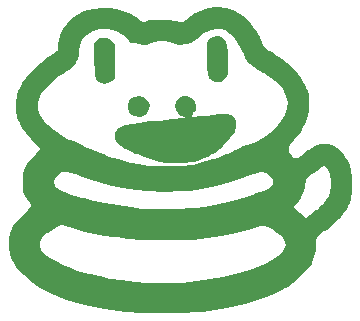
<source format=gbr>
%TF.GenerationSoftware,KiCad,Pcbnew,7.0.6*%
%TF.CreationDate,2023-11-27T13:38:28-05:00*%
%TF.ProjectId,AudioAdder,41756469-6f41-4646-9465-722e6b696361,2*%
%TF.SameCoordinates,Original*%
%TF.FileFunction,Legend,Bot*%
%TF.FilePolarity,Positive*%
%FSLAX46Y46*%
G04 Gerber Fmt 4.6, Leading zero omitted, Abs format (unit mm)*
G04 Created by KiCad (PCBNEW 7.0.6) date 2023-11-27 13:38:28*
%MOMM*%
%LPD*%
G01*
G04 APERTURE LIST*
G04 APERTURE END LIST*
%TO.C,G\u002A\u002A\u002A*%
G36*
X150344819Y-96621466D02*
G01*
X150628075Y-96789877D01*
X150824344Y-97036551D01*
X150914251Y-97335870D01*
X150878418Y-97662213D01*
X150697468Y-97989960D01*
X150661500Y-98032206D01*
X150492690Y-98195481D01*
X150321168Y-98273622D01*
X150073034Y-98295853D01*
X149994171Y-98296118D01*
X149616073Y-98254280D01*
X149371801Y-98146557D01*
X149167838Y-97890559D01*
X149069120Y-97547550D01*
X149088546Y-97172454D01*
X149118006Y-97065858D01*
X149216094Y-96848213D01*
X149365181Y-96715796D01*
X149594859Y-96621915D01*
X149993955Y-96556939D01*
X150344819Y-96621466D01*
G37*
G36*
X147292208Y-91649758D02*
G01*
X147621045Y-91831441D01*
X147662018Y-91866326D01*
X147949867Y-92123318D01*
X147952433Y-93609772D01*
X147955000Y-95096226D01*
X147701000Y-95299693D01*
X147364532Y-95470424D01*
X146993470Y-95499347D01*
X146640902Y-95386043D01*
X146527002Y-95308978D01*
X146434805Y-95230923D01*
X146368018Y-95148798D01*
X146320703Y-95034075D01*
X146286922Y-94858226D01*
X146260736Y-94592725D01*
X146236208Y-94209045D01*
X146214255Y-93806565D01*
X146190762Y-93237880D01*
X146185065Y-92760617D01*
X146196995Y-92400801D01*
X146224864Y-92190061D01*
X146380828Y-91881525D01*
X146635263Y-91683098D01*
X146951336Y-91603076D01*
X147292208Y-91649758D01*
G37*
G36*
X156756340Y-91501453D02*
G01*
X156915611Y-91548204D01*
X157113493Y-91640280D01*
X157263491Y-91782238D01*
X157373225Y-91997041D01*
X157450312Y-92307647D01*
X157502374Y-92737018D01*
X157537028Y-93308115D01*
X157542367Y-93436924D01*
X157557518Y-93916422D01*
X157557533Y-94262196D01*
X157539905Y-94509382D01*
X157502130Y-94693117D01*
X157441701Y-94848538D01*
X157441697Y-94848548D01*
X157288353Y-95062018D01*
X157066590Y-95252892D01*
X156833166Y-95380411D01*
X156662871Y-95407803D01*
X156527900Y-95383516D01*
X156407009Y-95360435D01*
X156219682Y-95276450D01*
X156021642Y-95123168D01*
X156016170Y-95117746D01*
X155937777Y-95031270D01*
X155880940Y-94934164D01*
X155841019Y-94797752D01*
X155813373Y-94593362D01*
X155793360Y-94292320D01*
X155776340Y-93865951D01*
X155766890Y-93577615D01*
X155752215Y-92960695D01*
X155756115Y-92490113D01*
X155783876Y-92143397D01*
X155840787Y-91898074D01*
X155932135Y-91731672D01*
X156063206Y-91621718D01*
X156239289Y-91545740D01*
X156245426Y-91543717D01*
X156514671Y-91480505D01*
X156756340Y-91501453D01*
G37*
G36*
X154255289Y-96612460D02*
G01*
X154497057Y-96724684D01*
X154655699Y-96919468D01*
X154710525Y-97033579D01*
X154782288Y-97279671D01*
X154804633Y-97534788D01*
X154779717Y-97747213D01*
X154709701Y-97865233D01*
X154675416Y-97874667D01*
X154605111Y-97940808D01*
X154601333Y-97971166D01*
X154540425Y-98095267D01*
X154453166Y-98180140D01*
X154386018Y-98246308D01*
X154426654Y-98280780D01*
X154600152Y-98294121D01*
X154728333Y-98296045D01*
X154975303Y-98286691D01*
X155342132Y-98258677D01*
X155780901Y-98216234D01*
X156243689Y-98163593D01*
X156281774Y-98158887D01*
X156738043Y-98103145D01*
X157061510Y-98069483D01*
X157287379Y-98058801D01*
X157450851Y-98072000D01*
X157587129Y-98109980D01*
X157731414Y-98173643D01*
X157780159Y-98197221D01*
X158020501Y-98336185D01*
X158147030Y-98485338D01*
X158204640Y-98675739D01*
X158220201Y-99150567D01*
X158084970Y-99569986D01*
X157945645Y-99771669D01*
X157809045Y-99942164D01*
X157736679Y-100055316D01*
X157733247Y-100068002D01*
X157676142Y-100148212D01*
X157525726Y-100313857D01*
X157312117Y-100534450D01*
X157065434Y-100779501D01*
X156815796Y-101018524D01*
X156599803Y-101215346D01*
X156414209Y-101355448D01*
X156267317Y-101427912D01*
X156247025Y-101430667D01*
X156127548Y-101485476D01*
X156111222Y-101514253D01*
X156024918Y-101580843D01*
X155817357Y-101689225D01*
X155525520Y-101820909D01*
X155363333Y-101888188D01*
X154985552Y-102030882D01*
X154662613Y-102123101D01*
X154326792Y-102178807D01*
X153910364Y-102211961D01*
X153754666Y-102219826D01*
X153301349Y-102231647D01*
X152833778Y-102228636D01*
X152425817Y-102211822D01*
X152273000Y-102199167D01*
X151785229Y-102121895D01*
X151242228Y-101994009D01*
X150709668Y-101833972D01*
X150253220Y-101660249D01*
X150102472Y-101588915D01*
X149884843Y-101488363D01*
X149724077Y-101433874D01*
X149698623Y-101430667D01*
X149574138Y-101388332D01*
X149370297Y-101281304D01*
X149267333Y-101219000D01*
X149048444Y-101092468D01*
X148881954Y-101016818D01*
X148839634Y-101007334D01*
X148703889Y-100954080D01*
X148636659Y-100901500D01*
X148480484Y-100771458D01*
X148339216Y-100668667D01*
X148078131Y-100401296D01*
X147954314Y-100073794D01*
X147971067Y-99728062D01*
X148131693Y-99405996D01*
X148231220Y-99298459D01*
X148460305Y-99158799D01*
X148835210Y-99031265D01*
X149360676Y-98914972D01*
X150041447Y-98809034D01*
X150882265Y-98712565D01*
X151802046Y-98631352D01*
X152263226Y-98590722D01*
X152711010Y-98543429D01*
X153123920Y-98492838D01*
X153480480Y-98442314D01*
X153759210Y-98395220D01*
X153938635Y-98354923D01*
X153997276Y-98324786D01*
X153913656Y-98308174D01*
X153874495Y-98306680D01*
X153528054Y-98223733D01*
X153260153Y-98018774D01*
X153091979Y-97729119D01*
X153044721Y-97392080D01*
X153139565Y-97044972D01*
X153148429Y-97028000D01*
X153387878Y-96745904D01*
X153717056Y-96591354D01*
X154100798Y-96577552D01*
X154255289Y-96612460D01*
G37*
G36*
X157419243Y-89116408D02*
G01*
X158131174Y-89354983D01*
X158536643Y-89575431D01*
X158768221Y-89745269D01*
X159027345Y-89970282D01*
X159281010Y-90216929D01*
X159496213Y-90451664D01*
X159639949Y-90640942D01*
X159681333Y-90738845D01*
X159722747Y-90839219D01*
X159747966Y-90847334D01*
X159822460Y-90916193D01*
X159946138Y-91093692D01*
X160094082Y-91336210D01*
X160241379Y-91600124D01*
X160363112Y-91841813D01*
X160434367Y-92017658D01*
X160443333Y-92064754D01*
X160505366Y-92233129D01*
X160658520Y-92440521D01*
X160853377Y-92631484D01*
X161040522Y-92750572D01*
X161060885Y-92757635D01*
X161252269Y-92845927D01*
X161480648Y-92989501D01*
X161517184Y-93016160D01*
X161701028Y-93144450D01*
X161824996Y-93213931D01*
X161841339Y-93218000D01*
X161926398Y-93268265D01*
X162110124Y-93403315D01*
X162361096Y-93599536D01*
X162522265Y-93729758D01*
X163201317Y-94362577D01*
X163734802Y-95039502D01*
X164145869Y-95790188D01*
X164165842Y-95835245D01*
X164291656Y-96132827D01*
X164369735Y-96366033D01*
X164409095Y-96590854D01*
X164418756Y-96863281D01*
X164407736Y-97239305D01*
X164404482Y-97316911D01*
X164373359Y-97785941D01*
X164313876Y-98161969D01*
X164208255Y-98509378D01*
X164038717Y-98892551D01*
X163888081Y-99187000D01*
X163780277Y-99394748D01*
X163688241Y-99575099D01*
X163574773Y-99743922D01*
X163380819Y-99981324D01*
X163147104Y-100237642D01*
X163132808Y-100252432D01*
X162893063Y-100513984D01*
X162755665Y-100710946D01*
X162694216Y-100888720D01*
X162682231Y-101027308D01*
X162711757Y-101277685D01*
X162835354Y-101487904D01*
X162948431Y-101607203D01*
X163137625Y-101763868D01*
X163305904Y-101818454D01*
X163490231Y-101764206D01*
X163727571Y-101594366D01*
X163914773Y-101430570D01*
X164126081Y-101249576D01*
X164291153Y-101126724D01*
X164361427Y-101092000D01*
X164468297Y-101044627D01*
X164649587Y-100925810D01*
X164723521Y-100871144D01*
X164906527Y-100750775D01*
X165097910Y-100682345D01*
X165356091Y-100651141D01*
X165628039Y-100643323D01*
X166025175Y-100654744D01*
X166310674Y-100706087D01*
X166528713Y-100800678D01*
X166752941Y-100928766D01*
X166932486Y-101029886D01*
X166952047Y-101040703D01*
X167092632Y-101171310D01*
X167276522Y-101413812D01*
X167477125Y-101725868D01*
X167667849Y-102065140D01*
X167822100Y-102389287D01*
X167861687Y-102489000D01*
X167931164Y-102715288D01*
X167977638Y-102976242D01*
X168004894Y-103309784D01*
X168016716Y-103753834D01*
X168018014Y-104055334D01*
X168014664Y-104535131D01*
X168002299Y-104882960D01*
X167976299Y-105136129D01*
X167932045Y-105331946D01*
X167864916Y-105507719D01*
X167828615Y-105584898D01*
X167719525Y-105827073D01*
X167651416Y-106014062D01*
X167640000Y-106071731D01*
X167597722Y-106166329D01*
X167576500Y-106172184D01*
X167497840Y-106236894D01*
X167363472Y-106403037D01*
X167259000Y-106551323D01*
X167108643Y-106762449D01*
X166993134Y-106900848D01*
X166951763Y-106932139D01*
X166869123Y-106987505D01*
X166699899Y-107132000D01*
X166478361Y-107336143D01*
X166443763Y-107369106D01*
X166162339Y-107623832D01*
X165872538Y-107863136D01*
X165651417Y-108025272D01*
X165349925Y-108227530D01*
X165162878Y-108383083D01*
X165062889Y-108537735D01*
X165022573Y-108737290D01*
X165014543Y-109027550D01*
X165014416Y-109090650D01*
X164971596Y-109664742D01*
X164853901Y-110203049D01*
X164674827Y-110648841D01*
X164622239Y-110738889D01*
X164485869Y-110913502D01*
X164257460Y-111164549D01*
X163966489Y-111463623D01*
X163642432Y-111782321D01*
X163314764Y-112092235D01*
X163012963Y-112364961D01*
X162766504Y-112572093D01*
X162604863Y-112685226D01*
X162599995Y-112687682D01*
X162382555Y-112806063D01*
X162221333Y-112912615D01*
X162061475Y-113007617D01*
X161777505Y-113144786D01*
X161404621Y-113308898D01*
X160978023Y-113484731D01*
X160532911Y-113657064D01*
X160316333Y-113736470D01*
X158950998Y-114163964D01*
X157487782Y-114499378D01*
X155905076Y-114747374D01*
X155321000Y-114814164D01*
X155017817Y-114838614D01*
X154598126Y-114862397D01*
X154089840Y-114884859D01*
X153520872Y-114905348D01*
X152919133Y-114923211D01*
X152312536Y-114937796D01*
X151728994Y-114948449D01*
X151196419Y-114954517D01*
X150742724Y-114955349D01*
X150395822Y-114950291D01*
X150183624Y-114938690D01*
X150156333Y-114934946D01*
X150011656Y-114917326D01*
X149735241Y-114889898D01*
X149364161Y-114856135D01*
X148935489Y-114819512D01*
X148844000Y-114811978D01*
X147098799Y-114601382D01*
X145424748Y-114262996D01*
X143845757Y-113801794D01*
X143637000Y-113728904D01*
X143022617Y-113498327D01*
X142477640Y-113264420D01*
X141918726Y-112990091D01*
X141605000Y-112824569D01*
X141363896Y-112664516D01*
X141037686Y-112403866D01*
X140654987Y-112067484D01*
X140244415Y-111680237D01*
X139951216Y-111387572D01*
X139617693Y-111027907D01*
X139385040Y-110725946D01*
X139220544Y-110435329D01*
X139134579Y-110230300D01*
X138962799Y-109537507D01*
X138954876Y-108905446D01*
X141634165Y-108905446D01*
X141643204Y-109252479D01*
X141734219Y-109554791D01*
X141923893Y-109831753D01*
X142228911Y-110102734D01*
X142665957Y-110387106D01*
X143129000Y-110640977D01*
X143545486Y-110840418D01*
X144036987Y-111048931D01*
X144554321Y-111248128D01*
X145048305Y-111419615D01*
X145469758Y-111545003D01*
X145669000Y-111590767D01*
X145916815Y-111643102D01*
X146260150Y-111722831D01*
X146630821Y-111814044D01*
X146685000Y-111827844D01*
X147562795Y-112017569D01*
X148562554Y-112173885D01*
X149639600Y-112293441D01*
X150749252Y-112372887D01*
X151846831Y-112408871D01*
X152887658Y-112398045D01*
X153670000Y-112351665D01*
X154859223Y-112226951D01*
X156015554Y-112063445D01*
X157112347Y-111866542D01*
X158122958Y-111641635D01*
X159020742Y-111394119D01*
X159779056Y-111129389D01*
X159850666Y-111100334D01*
X160628540Y-110757504D01*
X161250058Y-110432899D01*
X161726275Y-110119305D01*
X162068248Y-109809508D01*
X162275799Y-109517913D01*
X162476152Y-109141550D01*
X162290101Y-108758601D01*
X162063131Y-108420187D01*
X161714369Y-108114673D01*
X161633525Y-108058522D01*
X161222931Y-107793381D01*
X160910971Y-107624672D01*
X160665710Y-107541006D01*
X160455210Y-107530997D01*
X160274101Y-107573822D01*
X159252429Y-107892255D01*
X158174607Y-108163379D01*
X157011356Y-108393122D01*
X155733398Y-108587413D01*
X154603585Y-108721856D01*
X154229392Y-108749456D01*
X153732304Y-108768100D01*
X153143412Y-108778261D01*
X152493807Y-108780414D01*
X151814579Y-108775030D01*
X151136820Y-108762583D01*
X150491621Y-108743546D01*
X149910073Y-108718391D01*
X149423268Y-108687592D01*
X149062296Y-108651622D01*
X148960733Y-108636006D01*
X148613896Y-108579999D01*
X148186288Y-108520167D01*
X147765710Y-108468730D01*
X147733067Y-108465133D01*
X146620977Y-108298255D01*
X145387665Y-108026553D01*
X144028545Y-107648994D01*
X143780917Y-107573046D01*
X143553552Y-107512923D01*
X143381490Y-107513272D01*
X143188568Y-107583818D01*
X143018917Y-107670329D01*
X142764382Y-107813906D01*
X142557637Y-107946146D01*
X142487333Y-108000032D01*
X142338472Y-108098058D01*
X142263270Y-108119334D01*
X142137971Y-108185191D01*
X141971924Y-108349039D01*
X141805613Y-108560291D01*
X141679520Y-108768359D01*
X141634165Y-108905446D01*
X138954876Y-108905446D01*
X138953831Y-108822098D01*
X139107742Y-108108231D01*
X139128482Y-108047990D01*
X139228026Y-107799004D01*
X139349385Y-107576696D01*
X139518347Y-107345828D01*
X139760702Y-107071161D01*
X140102166Y-106717530D01*
X140392465Y-106420861D01*
X140634085Y-106169065D01*
X140804913Y-105985553D01*
X140882840Y-105893735D01*
X140885333Y-105888355D01*
X140841664Y-105805996D01*
X140726073Y-105620390D01*
X140561680Y-105368437D01*
X140525500Y-105314109D01*
X140359407Y-105058953D01*
X140252930Y-104859716D01*
X140191040Y-104663711D01*
X140158712Y-104418253D01*
X140140918Y-104070655D01*
X140136589Y-103950534D01*
X140136769Y-103876805D01*
X142784582Y-103876805D01*
X142873729Y-104166153D01*
X143043519Y-104357935D01*
X143270510Y-104506790D01*
X143489490Y-104603364D01*
X143502015Y-104606722D01*
X143712946Y-104675634D01*
X143983233Y-104783452D01*
X144073917Y-104823522D01*
X144309212Y-104921651D01*
X144487088Y-104979808D01*
X144530277Y-104986667D01*
X144652534Y-105009143D01*
X144892328Y-105068991D01*
X145205030Y-105154842D01*
X145318089Y-105187370D01*
X146166854Y-105408497D01*
X147154584Y-105620376D01*
X148250952Y-105817365D01*
X149425629Y-105993820D01*
X150156333Y-106087601D01*
X150650040Y-106127459D01*
X151271595Y-106147712D01*
X151980799Y-106149599D01*
X152737454Y-106134357D01*
X153501361Y-106103224D01*
X154232322Y-106057438D01*
X154890138Y-105998236D01*
X155434612Y-105926856D01*
X155448000Y-105924667D01*
X155463349Y-105921896D01*
X163119489Y-105921896D01*
X163611635Y-106419232D01*
X164103781Y-106916567D01*
X164474890Y-106654985D01*
X164682165Y-106496788D01*
X164816866Y-106370768D01*
X164846000Y-106322940D01*
X164915784Y-106244231D01*
X165057666Y-106172000D01*
X165215316Y-106068879D01*
X165269333Y-105962429D01*
X165312877Y-105848396D01*
X165351080Y-105833334D01*
X165481633Y-105769138D01*
X165663747Y-105604909D01*
X165857619Y-105383180D01*
X166023443Y-105146487D01*
X166067702Y-105067568D01*
X166202763Y-104671545D01*
X166265810Y-104188249D01*
X166253808Y-103685054D01*
X166163722Y-103229334D01*
X166152099Y-103194165D01*
X166004363Y-102835425D01*
X165848822Y-102578916D01*
X165701549Y-102445271D01*
X165578615Y-102455124D01*
X165577302Y-102456242D01*
X165462529Y-102547184D01*
X165257143Y-102703251D01*
X165023858Y-102877121D01*
X164649056Y-103156658D01*
X164389990Y-103362580D01*
X164225312Y-103520682D01*
X164133678Y-103656759D01*
X164093742Y-103796606D01*
X164084156Y-103966018D01*
X164084000Y-104012864D01*
X164049259Y-104269089D01*
X163959454Y-104596750D01*
X163836206Y-104936210D01*
X163701140Y-105227835D01*
X163577151Y-105410734D01*
X163496800Y-105497539D01*
X163355182Y-105655577D01*
X163326578Y-105687849D01*
X163119489Y-105921896D01*
X155463349Y-105921896D01*
X156732481Y-105692782D01*
X157863997Y-105445422D01*
X158837853Y-105183773D01*
X159649354Y-104909016D01*
X159930052Y-104794582D01*
X160229344Y-104682902D01*
X160524612Y-104599511D01*
X160605179Y-104583611D01*
X160946522Y-104463231D01*
X161187498Y-104250852D01*
X161314439Y-103981226D01*
X161313677Y-103689102D01*
X161171545Y-103409232D01*
X161097699Y-103331373D01*
X160744144Y-103083513D01*
X160393339Y-102990829D01*
X160204624Y-103009477D01*
X160053778Y-103052628D01*
X159772004Y-103139194D01*
X159389249Y-103259746D01*
X158935461Y-103404854D01*
X158457430Y-103559604D01*
X157430695Y-103881556D01*
X156519802Y-104137254D01*
X155687658Y-104333136D01*
X154897171Y-104475642D01*
X154111246Y-104571213D01*
X153292792Y-104626287D01*
X152404715Y-104647306D01*
X152188333Y-104648000D01*
X150630422Y-104595489D01*
X149149716Y-104432374D01*
X147699949Y-104150287D01*
X146234857Y-103740857D01*
X145203333Y-103384363D01*
X144668960Y-103189963D01*
X144262535Y-103056473D01*
X143954339Y-102983028D01*
X143714658Y-102968763D01*
X143513776Y-103012811D01*
X143321976Y-103114307D01*
X143109542Y-103272385D01*
X143048566Y-103321587D01*
X142842931Y-103580978D01*
X142784582Y-103876805D01*
X140136769Y-103876805D01*
X140137829Y-103443368D01*
X140193979Y-103031855D01*
X140323435Y-102671391D01*
X140544590Y-102317375D01*
X140875841Y-101925202D01*
X141046429Y-101744396D01*
X141287572Y-101478665D01*
X141474086Y-101243994D01*
X141579607Y-101075053D01*
X141593718Y-101024729D01*
X141534174Y-100910742D01*
X141377041Y-100707895D01*
X141146381Y-100445119D01*
X140873165Y-100158329D01*
X140442890Y-99695283D01*
X140127698Y-99287359D01*
X139899964Y-98898526D01*
X139887262Y-98872497D01*
X139766227Y-98610278D01*
X139687630Y-98392746D01*
X139642375Y-98169857D01*
X139621364Y-97891569D01*
X139615500Y-97507841D01*
X139615333Y-97376659D01*
X139616310Y-97231464D01*
X141404150Y-97231464D01*
X141442856Y-97687987D01*
X141634880Y-98188089D01*
X141933693Y-98663191D01*
X142062720Y-98801885D01*
X142276719Y-98996209D01*
X142540497Y-99218155D01*
X142818857Y-99439716D01*
X143076605Y-99632881D01*
X143278544Y-99769645D01*
X143389479Y-99821997D01*
X143389863Y-99822000D01*
X143490338Y-99869074D01*
X143665977Y-99986632D01*
X143729192Y-100033667D01*
X143931053Y-100167837D01*
X144091420Y-100240867D01*
X144120518Y-100245334D01*
X144252548Y-100281985D01*
X144479314Y-100377090D01*
X144697667Y-100482901D01*
X145005349Y-100633937D01*
X145302881Y-100769201D01*
X145457333Y-100832780D01*
X145719010Y-100936960D01*
X146097451Y-101094291D01*
X146554850Y-101288778D01*
X147053400Y-101504423D01*
X147297910Y-101611496D01*
X147541189Y-101707175D01*
X147733456Y-101763237D01*
X147781609Y-101769334D01*
X147929171Y-101798721D01*
X148166163Y-101873609D01*
X148311698Y-101927466D01*
X148573391Y-102011623D01*
X148961250Y-102113551D01*
X149434293Y-102223912D01*
X149951537Y-102333369D01*
X150471998Y-102432585D01*
X150706666Y-102473122D01*
X150861593Y-102485807D01*
X151151614Y-102497958D01*
X151542491Y-102508567D01*
X151999987Y-102516624D01*
X152290944Y-102519803D01*
X152914973Y-102518988D01*
X153419197Y-102502408D01*
X153852704Y-102466513D01*
X154264580Y-102407750D01*
X154534611Y-102357479D01*
X155109449Y-102230539D01*
X155688399Y-102081043D01*
X156231514Y-101920984D01*
X156698844Y-101762354D01*
X157050442Y-101617145D01*
X157122741Y-101580508D01*
X157340002Y-101480696D01*
X157509946Y-101431692D01*
X157526591Y-101430667D01*
X157673110Y-101388306D01*
X157888666Y-101282180D01*
X157968515Y-101235023D01*
X158364695Y-101011756D01*
X158778617Y-100815121D01*
X159152936Y-100670597D01*
X159370065Y-100612299D01*
X159931262Y-100436896D01*
X160506026Y-100130489D01*
X161064274Y-99721324D01*
X161575921Y-99237645D01*
X162010886Y-98707700D01*
X162339086Y-98159733D01*
X162523918Y-97651070D01*
X162569676Y-97093473D01*
X162450438Y-96541630D01*
X162170530Y-96003131D01*
X161734280Y-95485566D01*
X161146015Y-94996523D01*
X160924642Y-94846171D01*
X160711422Y-94703814D01*
X160563447Y-94597244D01*
X160528000Y-94566641D01*
X160433806Y-94504282D01*
X160236539Y-94397008D01*
X160067653Y-94311848D01*
X159734354Y-94109752D01*
X159414675Y-93849743D01*
X159149059Y-93571050D01*
X158977952Y-93312901D01*
X158944628Y-93222592D01*
X158867128Y-93010191D01*
X158731680Y-92717828D01*
X158568714Y-92403991D01*
X158408664Y-92127164D01*
X158281960Y-91945835D01*
X158277960Y-91941333D01*
X158179972Y-91807883D01*
X158157333Y-91748247D01*
X158096565Y-91658737D01*
X157940400Y-91501702D01*
X157728048Y-91312354D01*
X157498715Y-91125907D01*
X157319793Y-90996058D01*
X156968270Y-90860070D01*
X156542995Y-90861596D01*
X156061353Y-90995435D01*
X155540728Y-91256384D01*
X154998503Y-91639241D01*
X154900831Y-91719956D01*
X154634292Y-91925376D01*
X154389854Y-92052352D01*
X154092033Y-92134432D01*
X153884831Y-92171510D01*
X153534514Y-92218718D01*
X153304726Y-92222394D01*
X153152246Y-92182127D01*
X153119666Y-92164247D01*
X152883661Y-92060920D01*
X152553043Y-91964096D01*
X152202116Y-91892122D01*
X151905185Y-91863343D01*
X151900972Y-91863333D01*
X151651069Y-91886161D01*
X151347368Y-91945174D01*
X151041592Y-92026167D01*
X150785464Y-92114933D01*
X150630707Y-92197267D01*
X150612618Y-92217180D01*
X150532474Y-92263881D01*
X150362332Y-92253729D01*
X150069785Y-92184369D01*
X150037089Y-92175349D01*
X149736567Y-92099269D01*
X149480677Y-92047508D01*
X149350550Y-92032667D01*
X149181423Y-91963945D01*
X149116438Y-91874434D01*
X148944260Y-91623844D01*
X148643224Y-91378443D01*
X148253038Y-91159526D01*
X147813410Y-90988389D01*
X147364048Y-90886328D01*
X147250502Y-90873733D01*
X146908801Y-90855465D01*
X146648616Y-90879008D01*
X146386633Y-90958699D01*
X146134814Y-91065748D01*
X145826633Y-91220606D01*
X145554526Y-91385884D01*
X145393104Y-91511926D01*
X145167844Y-91835328D01*
X145012479Y-92258008D01*
X144949679Y-92716629D01*
X144949333Y-92751688D01*
X144914743Y-93048811D01*
X144827204Y-93387963D01*
X144774736Y-93530880D01*
X144653718Y-93775327D01*
X144497660Y-93972321D01*
X144263424Y-94168282D01*
X144036410Y-94325337D01*
X143760010Y-94506860D01*
X143533552Y-94651895D01*
X143397666Y-94734516D01*
X143383422Y-94742000D01*
X143209017Y-94856864D01*
X142967535Y-95057865D01*
X142686433Y-95317020D01*
X142393170Y-95606346D01*
X142115204Y-95897858D01*
X141879995Y-96163573D01*
X141715000Y-96375507D01*
X141647679Y-96505677D01*
X141647333Y-96511290D01*
X141611267Y-96632076D01*
X141524164Y-96821452D01*
X141520854Y-96827822D01*
X141404150Y-97231464D01*
X139616310Y-97231464D01*
X139618142Y-96959213D01*
X139632996Y-96661237D01*
X139669537Y-96432887D01*
X139737406Y-96224315D01*
X139846244Y-95985677D01*
X139908650Y-95860195D01*
X140066699Y-95564219D01*
X140213844Y-95321057D01*
X140321463Y-95177515D01*
X140331983Y-95167837D01*
X140440434Y-95038609D01*
X140462000Y-94972799D01*
X140519118Y-94889852D01*
X140671546Y-94719683D01*
X140890887Y-94490709D01*
X141148750Y-94231342D01*
X141416739Y-93969999D01*
X141666461Y-93735092D01*
X141869521Y-93555037D01*
X141920428Y-93513312D01*
X142151310Y-93339272D01*
X142424475Y-93146518D01*
X142693566Y-92966241D01*
X142912223Y-92829631D01*
X143023166Y-92771382D01*
X143110960Y-92701237D01*
X143156653Y-92549015D01*
X143171219Y-92274321D01*
X143171400Y-92225824D01*
X143200377Y-91852078D01*
X143301000Y-91490424D01*
X143430946Y-91187837D01*
X143584048Y-90876455D01*
X143719322Y-90647150D01*
X143878061Y-90442478D01*
X144101553Y-90204998D01*
X144229666Y-90076681D01*
X144746634Y-89675740D01*
X145375924Y-89373372D01*
X146088110Y-89175510D01*
X146853770Y-89088088D01*
X147643479Y-89117038D01*
X148346716Y-89246521D01*
X148884643Y-89408655D01*
X149324888Y-89601835D01*
X149739056Y-89861078D01*
X149987000Y-90048728D01*
X150196226Y-90204836D01*
X150341958Y-90267370D01*
X150489502Y-90252686D01*
X150622000Y-90207748D01*
X150892338Y-90146867D01*
X151280392Y-90108129D01*
X151736015Y-90091417D01*
X152209057Y-90096619D01*
X152649371Y-90123618D01*
X153006808Y-90172301D01*
X153165471Y-90213558D01*
X153458289Y-90286288D01*
X153690189Y-90287334D01*
X153822523Y-90219521D01*
X153839333Y-90164295D01*
X153907697Y-90093566D01*
X153962126Y-90085334D01*
X154109644Y-90020005D01*
X154152626Y-89967718D01*
X154223787Y-89885261D01*
X154366410Y-89780105D01*
X154606879Y-89635098D01*
X154971581Y-89433083D01*
X154991900Y-89422072D01*
X155387208Y-89258736D01*
X155877730Y-89130025D01*
X156390298Y-89052638D01*
X156675666Y-89037800D01*
X157419243Y-89116408D01*
G37*
%TD*%
M02*

</source>
